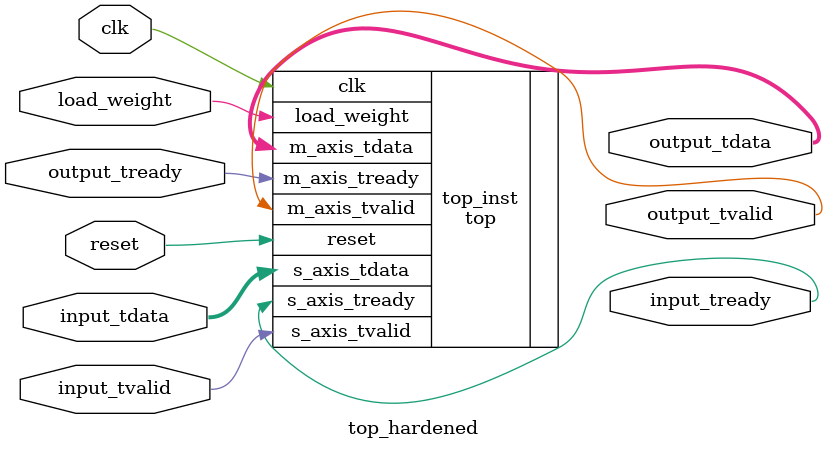
<source format=v>

`timescale 1ns/1ps

module top_hardened (
    input wire clk,
    input wire reset,
    input wire load_weight, 
    input wire [31:0] input_tdata,
    input wire input_tvalid,
    output wire input_tready,
    output wire [127:0] output_tdata,
    output wire output_tvalid,
    input wire output_tready
);

    top #(
        .N(4),
        .DATA_WIDTH(8),
        .RESULT_WIDTH(32)
    ) top_inst (
        .clk(clk),
        .reset(reset),
        .load_weight(load_weight),
        .s_axis_tdata(input_tdata),
        .s_axis_tvalid(input_tvalid),
        .s_axis_tready(input_tready),
        .m_axis_tdata(output_tdata),
        .m_axis_tvalid(output_tvalid),
        .m_axis_tready(output_tready)
    );

endmodule

</source>
